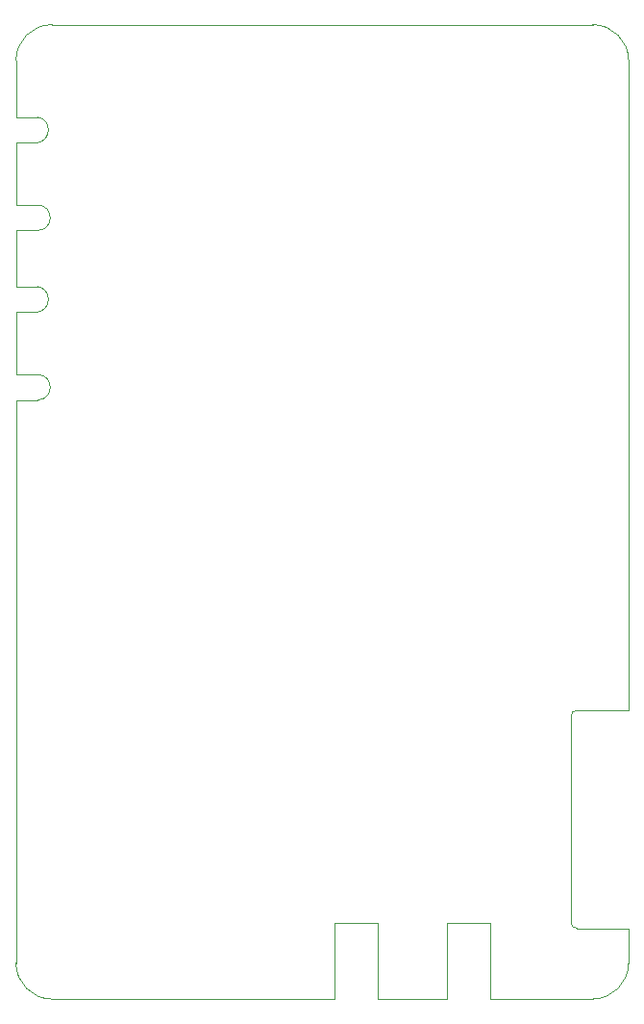
<source format=gm1>
G04 #@! TF.GenerationSoftware,KiCad,Pcbnew,6.0.11-2627ca5db0~126~ubuntu20.04.1*
G04 #@! TF.CreationDate,2024-04-17T12:51:00+05:00*
G04 #@! TF.ProjectId,16EJU24,3136454a-5532-4342-9e6b-696361645f70,rev?*
G04 #@! TF.SameCoordinates,Original*
G04 #@! TF.FileFunction,Profile,NP*
%FSLAX46Y46*%
G04 Gerber Fmt 4.6, Leading zero omitted, Abs format (unit mm)*
G04 Created by KiCad (PCBNEW 6.0.11-2627ca5db0~126~ubuntu20.04.1) date 2024-04-17 12:51:00*
%MOMM*%
%LPD*%
G01*
G04 APERTURE LIST*
G04 #@! TA.AperFunction,Profile*
%ADD10C,0.100000*%
G04 #@! TD*
G04 #@! TA.AperFunction,Profile*
%ADD11C,0.050000*%
G04 #@! TD*
G04 APERTURE END LIST*
D10*
X29845000Y-50977800D02*
X29845000Y-46050200D01*
X29845000Y-46050200D02*
X31750000Y-46050200D01*
X31750000Y-53238400D02*
G75*
G03*
X31750000Y-50977800I-189400J1130300D01*
G01*
D11*
X80645000Y-113665000D02*
X71628000Y-113665000D01*
X67818000Y-113665502D02*
X61722000Y-113665502D01*
D10*
X29845000Y-58724800D02*
X29845000Y-53238400D01*
X31750000Y-60960000D02*
G75*
G03*
X31750000Y-58724800I0J1117600D01*
G01*
D11*
X67818000Y-106934000D02*
X67818000Y-113665502D01*
D10*
X29845000Y-38328600D02*
X31750000Y-38328600D01*
D11*
X61722000Y-106934000D02*
X57912000Y-106934000D01*
D10*
X31750000Y-58724800D02*
X29845000Y-58724800D01*
X33020000Y-27940000D02*
X80645000Y-27940000D01*
D11*
X57912000Y-106934000D02*
X57912000Y-113665000D01*
D10*
X31750000Y-50977800D02*
X29845000Y-50977800D01*
X31750000Y-46050200D02*
G75*
G03*
X31750000Y-43815000I0J1117600D01*
G01*
X31750000Y-38328600D02*
G75*
G03*
X31750000Y-36068000I-189400J1130300D01*
G01*
X29845000Y-110490000D02*
G75*
G03*
X33020000Y-113665000I3175000J0D01*
G01*
X29845000Y-60960000D02*
X31750000Y-60960000D01*
X29845000Y-110490000D02*
X29845000Y-60960000D01*
D11*
X71628000Y-106934000D02*
X67818000Y-106934000D01*
D10*
X79248000Y-88265000D02*
G75*
G03*
X78740000Y-88773000I0J-508000D01*
G01*
X29845000Y-43815000D02*
X29845000Y-38328600D01*
D11*
X61722000Y-113665502D02*
X61722000Y-106934000D01*
D10*
X78740000Y-106934000D02*
G75*
G03*
X79248000Y-107442000I508000J0D01*
G01*
X83820000Y-107442000D02*
X79248000Y-107442000D01*
X78740000Y-106934000D02*
X78740000Y-88773000D01*
X57912000Y-113665000D02*
X33020000Y-113665000D01*
X29845000Y-53238400D02*
X31750000Y-53238400D01*
X33020000Y-27940000D02*
G75*
G03*
X29845000Y-31115000I0J-3175000D01*
G01*
X83820000Y-31115000D02*
X83820000Y-88265000D01*
X31750000Y-43815000D02*
X29845000Y-43815000D01*
X31750000Y-36068000D02*
X29845000Y-36068000D01*
X83820000Y-107442000D02*
X83820000Y-110490000D01*
D11*
X71628000Y-113665000D02*
X71628000Y-106934000D01*
D10*
X83820000Y-31115000D02*
G75*
G03*
X80645000Y-27940000I-3175000J0D01*
G01*
X79248000Y-88265000D02*
X83820000Y-88265000D01*
X29845000Y-36068000D02*
X29845000Y-31115000D01*
X80645000Y-113665000D02*
G75*
G03*
X83820000Y-110490000I0J3175000D01*
G01*
M02*

</source>
